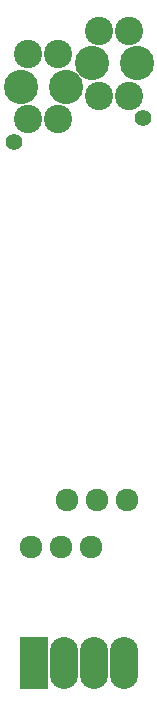
<source format=gbs>
G04 #@! TF.FileFunction,Soldermask,Bot*
%FSLAX46Y46*%
G04 Gerber Fmt 4.6, Leading zero omitted, Abs format (unit mm)*
G04 Created by KiCad (PCBNEW 4.0.4-stable) date 03/22/17 00:01:14*
%MOMM*%
%LPD*%
G01*
G04 APERTURE LIST*
%ADD10C,0.100000*%
%ADD11R,2.400000X4.400000*%
%ADD12O,2.400000X4.400000*%
%ADD13C,1.924000*%
%ADD14C,2.400000*%
%ADD15C,2.900000*%
%ADD16C,1.400000*%
G04 APERTURE END LIST*
D10*
D11*
X123190000Y-177800000D03*
D12*
X125730000Y-177800000D03*
X128270000Y-177800000D03*
X130810000Y-177800000D03*
D13*
X125460000Y-168000000D03*
X122920000Y-168000000D03*
X128000000Y-168000000D03*
X128540000Y-164000000D03*
X131080000Y-164000000D03*
X126000000Y-164000000D03*
D14*
X128730000Y-124250000D03*
X131270000Y-124250000D03*
X131270000Y-129750000D03*
X128730000Y-129750000D03*
D15*
X128100000Y-127000000D03*
X131900000Y-127000000D03*
D16*
X132450000Y-131650000D03*
D14*
X125270000Y-126250000D03*
X122730000Y-126250000D03*
X122730000Y-131750000D03*
X125270000Y-131750000D03*
D15*
X125900000Y-129000000D03*
X122100000Y-129000000D03*
D16*
X121550000Y-133650000D03*
M02*

</source>
